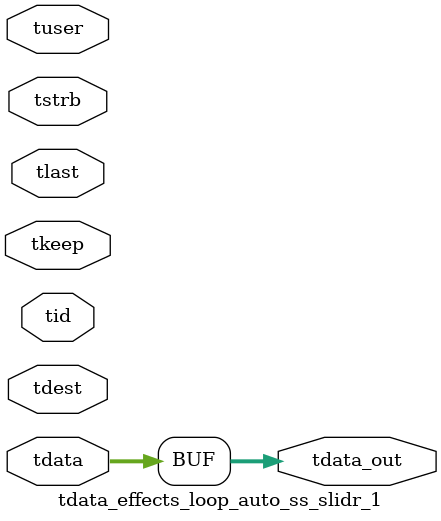
<source format=v>


`timescale 1ps/1ps

module tdata_effects_loop_auto_ss_slidr_1 #
(
parameter C_S_AXIS_TDATA_WIDTH = 32,
parameter C_S_AXIS_TUSER_WIDTH = 0,
parameter C_S_AXIS_TID_WIDTH   = 0,
parameter C_S_AXIS_TDEST_WIDTH = 0,
parameter C_M_AXIS_TDATA_WIDTH = 32
)
(
input  [(C_S_AXIS_TDATA_WIDTH == 0 ? 1 : C_S_AXIS_TDATA_WIDTH)-1:0     ] tdata,
input  [(C_S_AXIS_TUSER_WIDTH == 0 ? 1 : C_S_AXIS_TUSER_WIDTH)-1:0     ] tuser,
input  [(C_S_AXIS_TID_WIDTH   == 0 ? 1 : C_S_AXIS_TID_WIDTH)-1:0       ] tid,
input  [(C_S_AXIS_TDEST_WIDTH == 0 ? 1 : C_S_AXIS_TDEST_WIDTH)-1:0     ] tdest,
input  [(C_S_AXIS_TDATA_WIDTH/8)-1:0 ] tkeep,
input  [(C_S_AXIS_TDATA_WIDTH/8)-1:0 ] tstrb,
input                                                                    tlast,
output [C_M_AXIS_TDATA_WIDTH-1:0] tdata_out
);

assign tdata_out = {tdata[63:0]};

endmodule


</source>
